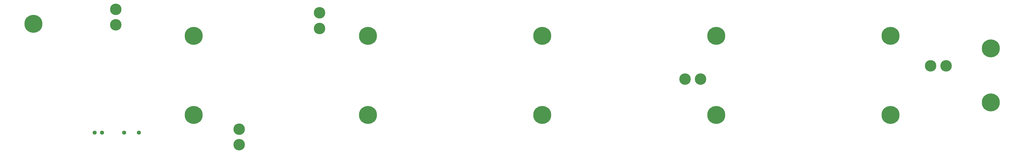
<source format=gbs>
G04*
G04 #@! TF.GenerationSoftware,Altium Limited,Altium Designer,18.1.9 (240)*
G04*
G04 Layer_Color=16711935*
%FSLAX42Y42*%
%MOMM*%
G71*
G01*
G75*
%ADD93C,1.40*%
%ADD94C,3.96*%
%ADD95C,6.20*%
D93*
X14035Y10745D02*
D03*
X13527D02*
D03*
X12765D02*
D03*
X12511D02*
D03*
D94*
X33379Y12590D02*
D03*
X32845D02*
D03*
X17485Y10335D02*
D03*
Y10869D02*
D03*
X41306Y13050D02*
D03*
X41840D02*
D03*
X13240Y14995D02*
D03*
Y14461D02*
D03*
X20255Y14341D02*
D03*
Y14875D02*
D03*
D95*
X33925Y11360D02*
D03*
X39925D02*
D03*
X43375Y13655D02*
D03*
X39925Y14080D02*
D03*
X33925D02*
D03*
X27925D02*
D03*
X21925D02*
D03*
X15925D02*
D03*
X10400Y14500D02*
D03*
X15925Y11360D02*
D03*
X21925D02*
D03*
X27925D02*
D03*
X43375Y11785D02*
D03*
M02*

</source>
